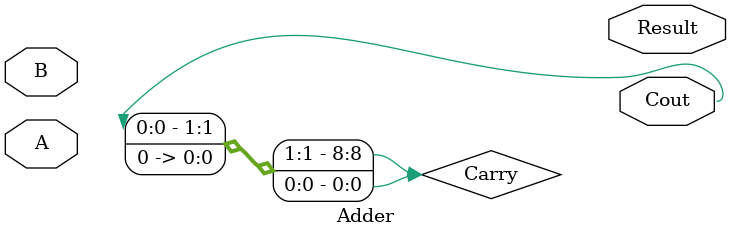
<source format=v>

module Adder #(
  parameter Width = 8
)
(
  input   [Width-1:0] A,
  input   [Width-1:0] B,
  output  [Width-1:0] Result,
  output              Cout
);

   //Some pre-declarations are already done for you
   
   // Wire used to connect the Cin and Cout of the FA cells
   wire [Width:0]     Carry;
   // Cin of the lowest-bit FA is a 0 for addition
   assign Carry[0] = 1'b0;
   // Cout of the highest-bit FA is assigned to Cout of the adder
   assign Cout = Carry[Width];

   genvar 	      i;
  
   /********YOUR CODE HERE********/
   
   /********END CODE********/

endmodule

</source>
